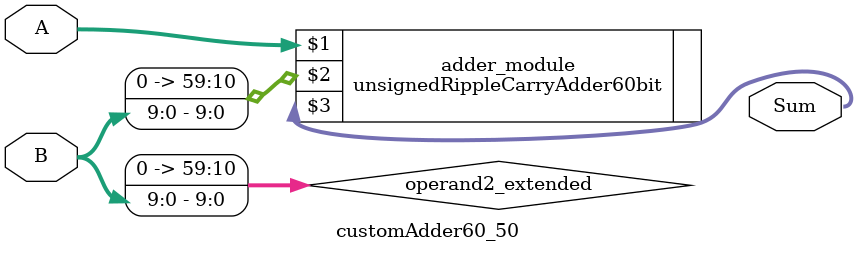
<source format=v>
module customAdder60_50(
                        input [59 : 0] A,
                        input [9 : 0] B,
                        
                        output [60 : 0] Sum
                );

        wire [59 : 0] operand2_extended;
        
        assign operand2_extended =  {50'b0, B};
        
        unsignedRippleCarryAdder60bit adder_module(
            A,
            operand2_extended,
            Sum
        );
        
        endmodule
        
</source>
